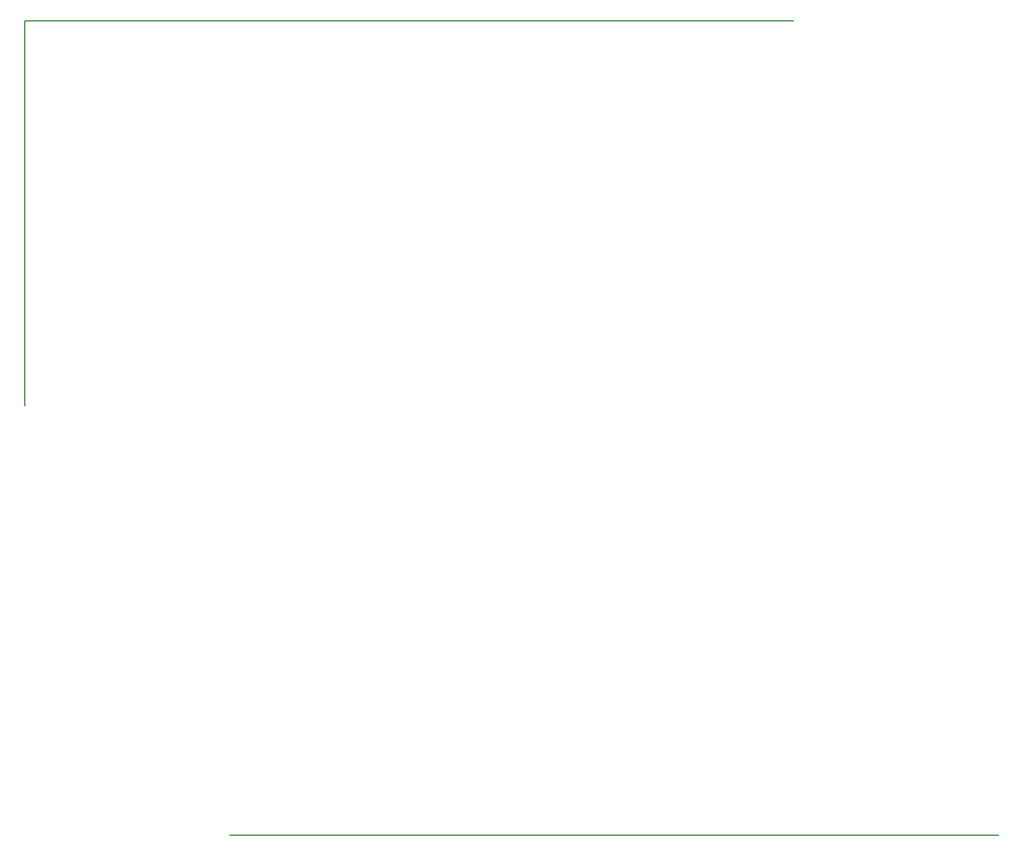
<source format=gm1>
G04 #@! TF.GenerationSoftware,KiCad,Pcbnew,(5.0.0)*
G04 #@! TF.CreationDate,2019-08-07T23:03:13+02:00*
G04 #@! TF.ProjectId,minireklame,6D696E6972656B6C616D652E6B696361,rev?*
G04 #@! TF.SameCoordinates,Original*
G04 #@! TF.FileFunction,Profile,NP*
%FSLAX46Y46*%
G04 Gerber Fmt 4.6, Leading zero omitted, Abs format (unit mm)*
G04 Created by KiCad (PCBNEW (5.0.0)) date 08/07/19 23:03:13*
%MOMM*%
%LPD*%
G01*
G04 APERTURE LIST*
%ADD10C,0.150000*%
G04 APERTURE END LIST*
D10*
X70000000Y-50000000D02*
X70000000Y-100000000D01*
X196670000Y-155880000D02*
X96670000Y-155880000D01*
X70000000Y-50000000D02*
X170000000Y-50000000D01*
M02*

</source>
